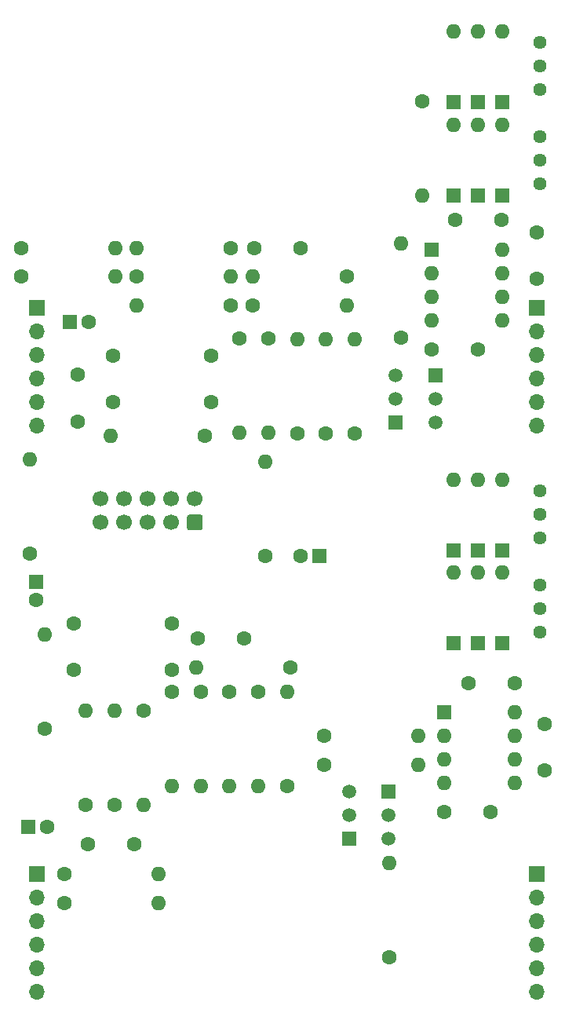
<source format=gts>
G04 #@! TF.GenerationSoftware,KiCad,Pcbnew,7.0.5.1-1-g8f565ef7f0-dirty-deb11*
G04 #@! TF.CreationDate,2023-06-10T14:10:07+00:00*
G04 #@! TF.ProjectId,MS20-VCF,4d533230-2d56-4434-962e-6b696361645f,rev?*
G04 #@! TF.SameCoordinates,Original*
G04 #@! TF.FileFunction,Soldermask,Top*
G04 #@! TF.FilePolarity,Negative*
%FSLAX46Y46*%
G04 Gerber Fmt 4.6, Leading zero omitted, Abs format (unit mm)*
G04 Created by KiCad (PCBNEW 7.0.5.1-1-g8f565ef7f0-dirty-deb11) date 2023-06-10 14:10:07*
%MOMM*%
%LPD*%
G01*
G04 APERTURE LIST*
%ADD10C,1.600000*%
%ADD11R,1.600000X1.600000*%
%ADD12O,1.600000X1.600000*%
%ADD13R,1.700000X1.700000*%
%ADD14O,1.700000X1.700000*%
%ADD15R,1.500000X1.500000*%
%ADD16C,1.500000*%
%ADD17C,1.440000*%
%ADD18C,1.700000*%
G04 APERTURE END LIST*
D10*
X87000000Y-60800000D03*
X87000000Y-65800000D03*
X87800000Y-113800000D03*
X87800000Y-118800000D03*
X38500000Y-126800000D03*
X43500000Y-126800000D03*
D11*
X83200000Y-56820000D03*
D12*
X83200000Y-49200000D03*
D11*
X83200000Y-46810000D03*
D12*
X83200000Y-39190000D03*
D11*
X80600000Y-56820000D03*
D12*
X80600000Y-49200000D03*
D11*
X80600000Y-46810000D03*
D12*
X80600000Y-39190000D03*
D11*
X78000000Y-56820000D03*
D12*
X78000000Y-49200000D03*
D11*
X78000000Y-46810000D03*
D12*
X78000000Y-39190000D03*
D13*
X87000000Y-69000000D03*
D14*
X87000000Y-71540000D03*
X87000000Y-74080000D03*
X87000000Y-76620000D03*
X87000000Y-79160000D03*
X87000000Y-81700000D03*
D13*
X33000000Y-130000000D03*
D14*
X33000000Y-132540000D03*
X33000000Y-135080000D03*
X33000000Y-137620000D03*
X33000000Y-140160000D03*
X33000000Y-142700000D03*
D15*
X76040000Y-76260000D03*
D16*
X76040000Y-78800000D03*
X76040000Y-81340000D03*
D15*
X71760000Y-81340000D03*
D16*
X71760000Y-78800000D03*
X71760000Y-76260000D03*
D15*
X66700000Y-126200000D03*
D16*
X66700000Y-123660000D03*
X66700000Y-121120000D03*
D10*
X53960000Y-68700000D03*
D12*
X43800000Y-68700000D03*
D10*
X31300000Y-62500000D03*
D12*
X41460000Y-62500000D03*
D10*
X54900000Y-72300000D03*
D12*
X54900000Y-82460000D03*
D10*
X43800000Y-65600000D03*
D12*
X53960000Y-65600000D03*
D10*
X67300000Y-82480000D03*
D12*
X67300000Y-72320000D03*
D10*
X51180000Y-82800000D03*
D12*
X41020000Y-82800000D03*
D10*
X58000000Y-72300000D03*
D12*
X58000000Y-82460000D03*
D10*
X66480000Y-65600000D03*
D12*
X56320000Y-65600000D03*
D10*
X53960000Y-62500000D03*
D12*
X43800000Y-62500000D03*
D10*
X56320000Y-68700000D03*
D12*
X66480000Y-68700000D03*
D10*
X74600000Y-46720000D03*
D12*
X74600000Y-56880000D03*
D10*
X38300000Y-122560000D03*
D12*
X38300000Y-112400000D03*
D10*
X60380000Y-107700000D03*
D12*
X50220000Y-107700000D03*
D10*
X44500000Y-112400000D03*
D12*
X44500000Y-122560000D03*
D10*
X50700000Y-110400000D03*
D12*
X50700000Y-120560000D03*
D10*
X64040000Y-118200000D03*
D12*
X74200000Y-118200000D03*
D10*
X71000000Y-138960000D03*
D12*
X71000000Y-128800000D03*
D10*
X47600000Y-110400000D03*
D12*
X47600000Y-120560000D03*
D10*
X41400000Y-122560000D03*
D12*
X41400000Y-112400000D03*
D10*
X60000000Y-120560000D03*
D12*
X60000000Y-110400000D03*
D10*
X33900000Y-114380000D03*
D12*
X33900000Y-104220000D03*
D10*
X56900000Y-110400000D03*
D12*
X56900000Y-120560000D03*
D10*
X53800000Y-110400000D03*
D12*
X53800000Y-120560000D03*
D10*
X64040000Y-115100000D03*
D12*
X74200000Y-115100000D03*
D11*
X77000000Y-112600000D03*
D12*
X77000000Y-115140000D03*
X77000000Y-117680000D03*
X77000000Y-120220000D03*
X84620000Y-120220000D03*
X84620000Y-117680000D03*
X84620000Y-115140000D03*
X84620000Y-112600000D03*
D13*
X87000000Y-130000000D03*
D14*
X87000000Y-132540000D03*
X87000000Y-135080000D03*
X87000000Y-137620000D03*
X87000000Y-140160000D03*
X87000000Y-142700000D03*
D10*
X72300000Y-72180000D03*
D12*
X72300000Y-62020000D03*
D11*
X75580000Y-62680000D03*
D12*
X75580000Y-65220000D03*
X75580000Y-67760000D03*
X75580000Y-70300000D03*
X83200000Y-70300000D03*
X83200000Y-67760000D03*
X83200000Y-65220000D03*
X83200000Y-62680000D03*
D15*
X70940000Y-121160000D03*
D16*
X70940000Y-123700000D03*
X70940000Y-126240000D03*
D10*
X50400000Y-104600000D03*
X55400000Y-104600000D03*
D11*
X78000000Y-95120000D03*
D12*
X78000000Y-87500000D03*
D11*
X80600000Y-95120000D03*
D12*
X80600000Y-87500000D03*
D11*
X83200000Y-95120000D03*
D12*
X83200000Y-87500000D03*
D11*
X83200000Y-105120000D03*
D12*
X83200000Y-97500000D03*
D11*
X80600000Y-105120000D03*
D12*
X80600000Y-97500000D03*
D11*
X78000000Y-105120000D03*
D12*
X78000000Y-97500000D03*
D10*
X56500000Y-62500000D03*
X61500000Y-62500000D03*
X31300000Y-65600000D03*
D12*
X41460000Y-65600000D03*
D10*
X61100000Y-82480000D03*
D12*
X61100000Y-72320000D03*
D10*
X64200000Y-82480000D03*
D12*
X64200000Y-72320000D03*
D13*
X33000000Y-69000000D03*
D14*
X33000000Y-71540000D03*
X33000000Y-74080000D03*
X33000000Y-76620000D03*
X33000000Y-79160000D03*
X33000000Y-81700000D03*
D10*
X37400000Y-81200000D03*
X37400000Y-76200000D03*
X36000000Y-133100000D03*
D12*
X46160000Y-133100000D03*
D10*
X36000000Y-130000000D03*
D12*
X46160000Y-130000000D03*
D10*
X83180000Y-59480000D03*
X78180000Y-59480000D03*
X82000000Y-123300000D03*
X77000000Y-123300000D03*
X80580000Y-73480000D03*
X75580000Y-73480000D03*
X84600000Y-109400000D03*
X79600000Y-109400000D03*
D11*
X32900000Y-98500000D03*
D10*
X32900000Y-100500000D03*
D11*
X63500000Y-95700000D03*
D10*
X61500000Y-95700000D03*
D11*
X36600000Y-70500000D03*
D10*
X38600000Y-70500000D03*
X57700000Y-95680000D03*
D12*
X57700000Y-85520000D03*
D17*
X87300000Y-55590000D03*
X87300000Y-53050000D03*
X87300000Y-50510000D03*
X87300000Y-45440000D03*
X87300000Y-42900000D03*
X87300000Y-40360000D03*
D11*
X32100000Y-124900000D03*
D10*
X34100000Y-124900000D03*
X32300000Y-95480000D03*
D12*
X32300000Y-85320000D03*
D17*
X87300000Y-103900000D03*
X87300000Y-101360000D03*
X87300000Y-98820000D03*
X87300000Y-93800000D03*
X87300000Y-91260000D03*
X87300000Y-88720000D03*
G36*
G01*
X50680000Y-92950000D02*
X49480000Y-92950000D01*
G75*
G02*
X49230000Y-92700000I0J250000D01*
G01*
X49230000Y-91500000D01*
G75*
G02*
X49480000Y-91250000I250000J0D01*
G01*
X50680000Y-91250000D01*
G75*
G02*
X50930000Y-91500000I0J-250000D01*
G01*
X50930000Y-92700000D01*
G75*
G02*
X50680000Y-92950000I-250000J0D01*
G01*
G37*
D18*
X50080000Y-89560000D03*
X47540000Y-92100000D03*
X47540000Y-89560000D03*
X45000000Y-92100000D03*
X45000000Y-89560000D03*
X42460000Y-92100000D03*
X42460000Y-89560000D03*
X39920000Y-92100000D03*
X39920000Y-89560000D03*
D10*
X37000000Y-108000000D03*
X37000000Y-103000000D03*
X41200000Y-79100000D03*
X41200000Y-74100000D03*
X47600000Y-103000000D03*
X47600000Y-108000000D03*
X51800000Y-74100000D03*
X51800000Y-79100000D03*
M02*

</source>
